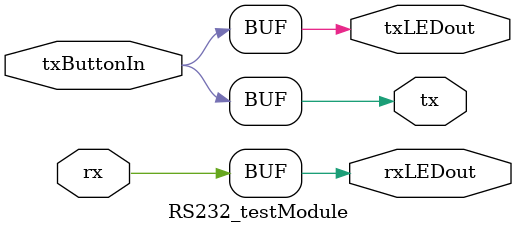
<source format=v>
/*
	MadeBy Ozzy
	Video for this module:
	https://www.youtube.com/watch?v=Jybtw669DbQ

	Support:
    Bitcoin
    1P4kBPyFoR6xa4sy2hnHL3oY6sg4PrXn6M
    Digibyte
    DMgbQqZ9Vr7KrCxd7LrPJE5kWYHZX7DTTW
    Monero
    46NQaqW3ZNvUt3DCSxLLLyHpaVMSbwLqS3tHmhVLrafXU3K2crb12qK4PfN7kaHkaLcSTs9cCX1NMPsaCnSMhkRACWzxmax

	Contact:
	madebyozzy@gmail.com
*/


module RS232_testModule(rx, tx, rxLEDout, txButtonIn, txLEDout);

// define I/O
input rx, txButtonIn;
output tx, rxLEDout, txLEDout;

// assign rx
assign rxLEDout = rx;

// assign tx
assign tx = txButtonIn;
assign txLEDout = txButtonIn;

endmodule

</source>
